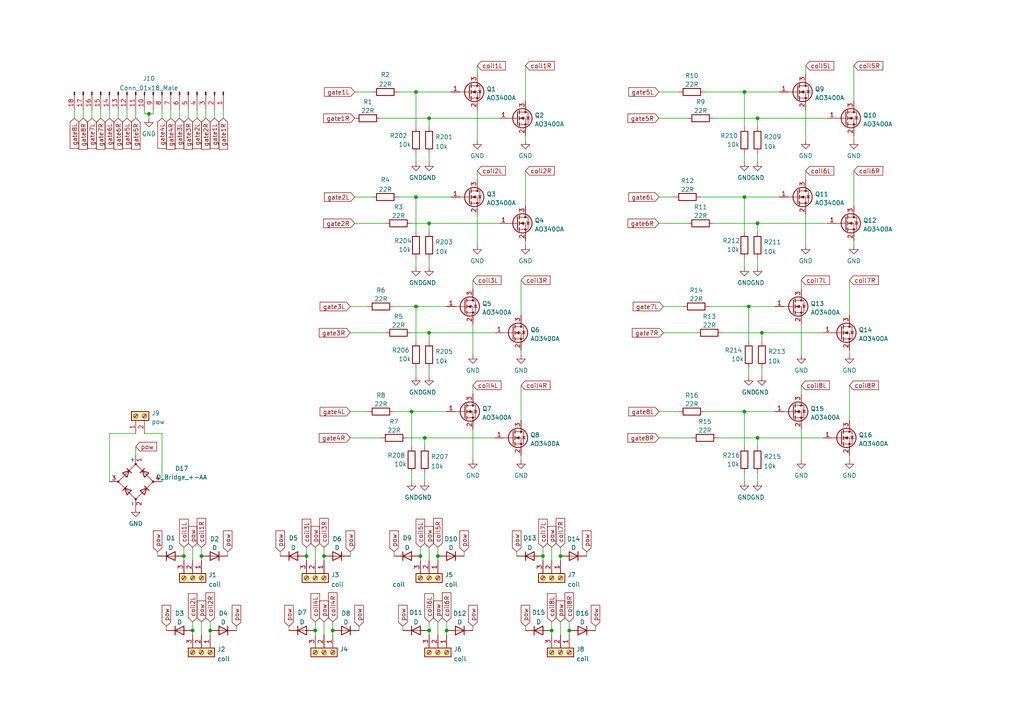
<source format=kicad_sch>
(kicad_sch (version 20211123) (generator eeschema)
  (paper "A4")
  (junction (at 219.71 34.29))
  (junction (at 129.54 182.88))
  (junction (at 215.9 57.15))
  (junction (at 127 161.29))
  (junction (at 123.19 127))
  (junction (at 220.98 96.52))
  (junction (at 120.65 88.9))
  (junction (at 157.48 161.29))
  (junction (at 93.98 161.29))
  (junction (at 219.71 127))
  (junction (at 43.18 33.02))
  (junction (at 55.88 182.88))
  (junction (at 124.46 96.52))
  (junction (at 58.42 161.29))
  (junction (at 124.46 34.29))
  (junction (at 215.9 119.38))
  (junction (at 60.96 182.88))
  (junction (at 162.56 161.29))
  (junction (at 120.65 57.15))
  (junction (at 121.92 161.29))
  (junction (at 96.52 182.88))
  (junction (at 53.34 161.29))
  (junction (at 217.17 88.9))
  (junction (at 124.46 64.77))
  (junction (at 160.02 182.88))
  (junction (at 215.9 26.67))
  (junction (at 119.38 119.38))
  (junction (at 120.65 26.67))
  (junction (at 165.1 182.88))
  (junction (at 219.71 64.77))
  (junction (at 91.44 182.88))
  (junction (at 124.46 182.88))
  (junction (at 88.9 161.29))
  (wire (pts (xy 151.13 132.08) (xy 151.13 133.35)))
  (wire (pts (xy 162.56 180.34) (xy 162.56 184.15)))
  (wire (pts (xy 68.58 181.61) (xy 68.58 182.88)))
  (wire (pts (xy 121.92 158.75) (xy 121.92 161.29)))
  (wire (pts (xy 43.18 33.02) (xy 44.45 33.02)))
  (wire (pts (xy 191.135 119.38) (xy 196.85 119.38)))
  (wire (pts (xy 219.71 127) (xy 238.76 127)))
  (wire (pts (xy 26.67 31.75) (xy 26.67 34.29)))
  (wire (pts (xy 96.52 180.34) (xy 96.52 182.88)))
  (wire (pts (xy 246.38 111.76) (xy 246.38 121.92)))
  (wire (pts (xy 209.55 96.52) (xy 220.98 96.52)))
  (wire (pts (xy 39.37 129.54) (xy 39.37 132.08)))
  (wire (pts (xy 215.9 74.93) (xy 215.9 77.47)))
  (wire (pts (xy 88.9 158.75) (xy 88.9 161.29)))
  (wire (pts (xy 246.38 81.28) (xy 246.38 91.44)))
  (wire (pts (xy 233.68 19.05) (xy 233.68 21.59)))
  (wire (pts (xy 29.21 31.75) (xy 29.21 34.29)))
  (wire (pts (xy 102.87 26.67) (xy 107.95 26.67)))
  (wire (pts (xy 129.54 182.88) (xy 129.54 184.15)))
  (wire (pts (xy 91.44 158.75) (xy 91.44 162.56)))
  (wire (pts (xy 215.9 137.16) (xy 215.9 139.7)))
  (wire (pts (xy 91.44 182.88) (xy 91.44 184.15)))
  (wire (pts (xy 137.16 181.61) (xy 137.16 182.88)))
  (wire (pts (xy 118.11 127) (xy 123.19 127)))
  (wire (pts (xy 217.17 106.68) (xy 217.17 109.22)))
  (wire (pts (xy 57.15 31.75) (xy 57.15 34.29)))
  (wire (pts (xy 191.135 34.29) (xy 199.39 34.29)))
  (wire (pts (xy 120.65 57.15) (xy 120.65 67.31)))
  (wire (pts (xy 59.69 31.75) (xy 59.69 34.29)))
  (wire (pts (xy 120.65 26.67) (xy 130.81 26.67)))
  (wire (pts (xy 127 161.29) (xy 127 162.56)))
  (wire (pts (xy 62.23 31.75) (xy 62.23 34.29)))
  (wire (pts (xy 219.71 64.77) (xy 219.71 67.31)))
  (wire (pts (xy 191.135 127) (xy 200.66 127)))
  (wire (pts (xy 160.02 158.75) (xy 160.02 162.56)))
  (wire (pts (xy 204.47 26.67) (xy 215.9 26.67)))
  (wire (pts (xy 120.65 88.9) (xy 120.65 99.06)))
  (wire (pts (xy 54.61 31.75) (xy 54.61 34.29)))
  (wire (pts (xy 116.84 181.61) (xy 116.84 182.88)))
  (wire (pts (xy 104.14 181.61) (xy 104.14 182.88)))
  (wire (pts (xy 55.88 182.88) (xy 55.88 184.15)))
  (wire (pts (xy 247.65 39.37) (xy 247.65 40.64)))
  (wire (pts (xy 114.3 119.38) (xy 119.38 119.38)))
  (wire (pts (xy 120.65 26.67) (xy 120.65 36.83)))
  (wire (pts (xy 217.17 88.9) (xy 217.17 99.06)))
  (wire (pts (xy 119.38 119.38) (xy 129.54 119.38)))
  (wire (pts (xy 120.65 44.45) (xy 120.65 46.99)))
  (wire (pts (xy 207.01 34.29) (xy 219.71 34.29)))
  (wire (pts (xy 151.13 111.76) (xy 151.13 121.92)))
  (wire (pts (xy 138.43 62.23) (xy 138.43 71.12)))
  (wire (pts (xy 160.02 182.88) (xy 160.02 184.15)))
  (wire (pts (xy 66.04 160.02) (xy 66.04 161.29)))
  (wire (pts (xy 52.07 31.75) (xy 52.07 34.29)))
  (wire (pts (xy 55.88 180.34) (xy 55.88 182.88)))
  (wire (pts (xy 127 180.34) (xy 127 184.15)))
  (wire (pts (xy 46.99 139.7) (xy 46.99 125.73)))
  (wire (pts (xy 60.96 182.88) (xy 60.96 184.15)))
  (wire (pts (xy 219.71 127) (xy 219.71 129.54)))
  (wire (pts (xy 157.48 161.29) (xy 157.48 162.56)))
  (wire (pts (xy 191.135 64.77) (xy 199.39 64.77)))
  (wire (pts (xy 115.57 26.67) (xy 120.65 26.67)))
  (wire (pts (xy 31.75 31.75) (xy 31.75 34.29)))
  (wire (pts (xy 45.72 160.02) (xy 45.72 161.29)))
  (wire (pts (xy 110.49 34.29) (xy 124.46 34.29)))
  (wire (pts (xy 124.46 96.52) (xy 124.46 99.06)))
  (wire (pts (xy 152.4 19.05) (xy 152.4 29.21)))
  (wire (pts (xy 215.9 44.45) (xy 215.9 46.99)))
  (wire (pts (xy 123.19 127) (xy 123.19 129.54)))
  (wire (pts (xy 101.6 160.02) (xy 101.6 161.29)))
  (wire (pts (xy 124.46 180.34) (xy 124.46 182.88)))
  (wire (pts (xy 124.46 64.77) (xy 124.46 67.31)))
  (wire (pts (xy 246.38 132.08) (xy 246.38 133.35)))
  (wire (pts (xy 215.9 26.67) (xy 226.06 26.67)))
  (wire (pts (xy 208.28 127) (xy 219.71 127)))
  (wire (pts (xy 34.29 31.75) (xy 34.29 34.29)))
  (wire (pts (xy 219.71 137.16) (xy 219.71 139.7)))
  (wire (pts (xy 204.47 119.38) (xy 215.9 119.38)))
  (wire (pts (xy 36.83 31.75) (xy 36.83 34.29)))
  (wire (pts (xy 124.46 64.77) (xy 144.78 64.77)))
  (wire (pts (xy 191.135 57.15) (xy 195.58 57.15)))
  (wire (pts (xy 129.54 180.34) (xy 129.54 182.88)))
  (wire (pts (xy 120.65 88.9) (xy 129.54 88.9)))
  (wire (pts (xy 21.59 31.75) (xy 21.59 34.29)))
  (wire (pts (xy 192.405 88.9) (xy 198.12 88.9)))
  (wire (pts (xy 123.19 137.16) (xy 123.19 139.7)))
  (wire (pts (xy 39.37 31.75) (xy 39.37 34.29)))
  (wire (pts (xy 120.65 74.93) (xy 120.65 77.47)))
  (wire (pts (xy 124.46 106.68) (xy 124.46 109.22)))
  (wire (pts (xy 60.96 180.34) (xy 60.96 182.88)))
  (wire (pts (xy 41.91 31.75) (xy 41.91 33.02)))
  (wire (pts (xy 124.46 34.29) (xy 144.78 34.29)))
  (wire (pts (xy 233.68 49.53) (xy 233.68 52.07)))
  (wire (pts (xy 149.86 160.02) (xy 149.86 161.29)))
  (wire (pts (xy 137.16 124.46) (xy 137.16 133.35)))
  (wire (pts (xy 119.38 119.38) (xy 119.38 129.54)))
  (wire (pts (xy 220.98 96.52) (xy 220.98 99.06)))
  (wire (pts (xy 102.87 57.15) (xy 107.95 57.15)))
  (wire (pts (xy 114.3 88.9) (xy 120.65 88.9)))
  (wire (pts (xy 165.1 180.34) (xy 165.1 182.88)))
  (wire (pts (xy 152.4 69.85) (xy 152.4 71.12)))
  (wire (pts (xy 101.6 119.38) (xy 106.68 119.38)))
  (wire (pts (xy 93.98 158.75) (xy 93.98 161.29)))
  (wire (pts (xy 203.2 57.15) (xy 215.9 57.15)))
  (wire (pts (xy 115.57 57.15) (xy 120.65 57.15)))
  (wire (pts (xy 162.56 161.29) (xy 162.56 162.56)))
  (wire (pts (xy 91.44 180.34) (xy 91.44 182.88)))
  (wire (pts (xy 123.19 127) (xy 143.51 127)))
  (wire (pts (xy 138.43 19.05) (xy 138.43 21.59)))
  (wire (pts (xy 215.9 119.38) (xy 224.79 119.38)))
  (wire (pts (xy 219.71 64.77) (xy 240.03 64.77)))
  (wire (pts (xy 215.9 26.67) (xy 215.9 36.83)))
  (wire (pts (xy 58.42 161.29) (xy 58.42 162.56)))
  (wire (pts (xy 124.46 158.75) (xy 124.46 162.56)))
  (wire (pts (xy 124.46 96.52) (xy 143.51 96.52)))
  (wire (pts (xy 151.13 101.6) (xy 151.13 102.87)))
  (wire (pts (xy 217.17 88.9) (xy 224.79 88.9)))
  (wire (pts (xy 24.13 31.75) (xy 24.13 34.29)))
  (wire (pts (xy 207.01 64.77) (xy 219.71 64.77)))
  (wire (pts (xy 220.98 96.52) (xy 238.76 96.52)))
  (wire (pts (xy 162.56 158.75) (xy 162.56 161.29)))
  (wire (pts (xy 114.3 160.02) (xy 114.3 161.29)))
  (wire (pts (xy 232.41 81.28) (xy 232.41 83.82)))
  (wire (pts (xy 44.45 31.75) (xy 44.45 33.02)))
  (wire (pts (xy 101.6 88.9) (xy 106.68 88.9)))
  (wire (pts (xy 170.18 160.02) (xy 170.18 161.29)))
  (wire (pts (xy 232.41 93.98) (xy 232.41 102.87)))
  (wire (pts (xy 102.87 64.77) (xy 111.76 64.77)))
  (wire (pts (xy 58.42 180.34) (xy 58.42 184.15)))
  (wire (pts (xy 247.65 19.05) (xy 247.65 29.21)))
  (wire (pts (xy 53.34 161.29) (xy 53.34 162.56)))
  (wire (pts (xy 232.41 111.76) (xy 232.41 114.3)))
  (wire (pts (xy 53.34 158.75) (xy 53.34 161.29)))
  (wire (pts (xy 119.38 64.77) (xy 124.46 64.77)))
  (wire (pts (xy 165.1 182.88) (xy 165.1 184.15)))
  (wire (pts (xy 93.98 180.34) (xy 93.98 184.15)))
  (wire (pts (xy 119.38 96.52) (xy 124.46 96.52)))
  (wire (pts (xy 160.02 180.34) (xy 160.02 182.88)))
  (wire (pts (xy 215.9 119.38) (xy 215.9 129.54)))
  (wire (pts (xy 215.9 57.15) (xy 226.06 57.15)))
  (wire (pts (xy 205.74 88.9) (xy 217.17 88.9)))
  (wire (pts (xy 219.71 74.93) (xy 219.71 77.47)))
  (wire (pts (xy 232.41 124.46) (xy 232.41 133.35)))
  (wire (pts (xy 215.9 57.15) (xy 215.9 67.31)))
  (wire (pts (xy 48.26 181.61) (xy 48.26 182.88)))
  (wire (pts (xy 88.9 161.29) (xy 88.9 162.56)))
  (wire (pts (xy 101.6 96.52) (xy 111.76 96.52)))
  (wire (pts (xy 58.42 158.75) (xy 58.42 161.29)))
  (wire (pts (xy 191.135 26.67) (xy 196.85 26.67)))
  (wire (pts (xy 138.43 31.75) (xy 138.43 40.64)))
  (wire (pts (xy 121.92 161.29) (xy 121.92 162.56)))
  (wire (pts (xy 124.46 44.45) (xy 124.46 46.99)))
  (wire (pts (xy 172.72 181.61) (xy 172.72 182.88)))
  (wire (pts (xy 233.68 62.23) (xy 233.68 71.12)))
  (wire (pts (xy 127 158.75) (xy 127 161.29)))
  (wire (pts (xy 124.46 34.29) (xy 124.46 36.83)))
  (wire (pts (xy 152.4 39.37) (xy 152.4 40.64)))
  (wire (pts (xy 246.38 101.6) (xy 246.38 102.87)))
  (wire (pts (xy 151.13 81.28) (xy 151.13 91.44)))
  (wire (pts (xy 55.88 158.75) (xy 55.88 162.56)))
  (wire (pts (xy 152.4 181.61) (xy 152.4 182.88)))
  (wire (pts (xy 83.82 181.61) (xy 83.82 182.88)))
  (wire (pts (xy 96.52 182.88) (xy 96.52 184.15)))
  (wire (pts (xy 247.65 49.53) (xy 247.65 59.69)))
  (wire (pts (xy 49.53 31.75) (xy 49.53 34.29)))
  (wire (pts (xy 64.77 31.75) (xy 64.77 34.29)))
  (wire (pts (xy 219.71 44.45) (xy 219.71 46.99)))
  (wire (pts (xy 101.6 127) (xy 110.49 127)))
  (wire (pts (xy 138.43 49.53) (xy 138.43 52.07)))
  (wire (pts (xy 124.46 74.93) (xy 124.46 77.47)))
  (wire (pts (xy 124.46 182.88) (xy 124.46 184.15)))
  (wire (pts (xy 137.16 81.28) (xy 137.16 83.82)))
  (wire (pts (xy 119.38 137.16) (xy 119.38 139.7)))
  (wire (pts (xy 247.65 69.85) (xy 247.65 71.12)))
  (wire (pts (xy 152.4 49.53) (xy 152.4 59.69)))
  (wire (pts (xy 219.71 34.29) (xy 240.03 34.29)))
  (wire (pts (xy 137.16 93.98) (xy 137.16 102.87)))
  (wire (pts (xy 134.62 160.02) (xy 134.62 161.29)))
  (wire (pts (xy 233.68 31.75) (xy 233.68 40.64)))
  (wire (pts (xy 46.99 31.75) (xy 46.99 34.29)))
  (wire (pts (xy 43.18 33.02) (xy 43.18 34.29)))
  (wire (pts (xy 120.65 106.68) (xy 120.65 109.22)))
  (wire (pts (xy 192.405 96.52) (xy 201.93 96.52)))
  (wire (pts (xy 46.99 125.73) (xy 41.91 125.73)))
  (wire (pts (xy 220.98 106.68) (xy 220.98 109.22)))
  (wire (pts (xy 137.16 111.76) (xy 137.16 114.3)))
  (wire (pts (xy 81.28 160.02) (xy 81.28 161.29)))
  (wire (pts (xy 120.65 57.15) (xy 130.81 57.15)))
  (wire (pts (xy 31.75 125.73) (xy 39.37 125.73)))
  (wire (pts (xy 31.75 139.7) (xy 31.75 125.73)))
  (wire (pts (xy 41.91 33.02) (xy 43.18 33.02)))
  (wire (pts (xy 93.98 161.29) (xy 93.98 162.56)))
  (wire (pts (xy 219.71 34.29) (xy 219.71 36.83)))
  (wire (pts (xy 157.48 158.75) (xy 157.48 161.29)))
  (global_label "pow" (shape input) (at 58.42 180.34 90) (property "Intersheet References" "${INTERSHEET_REFS}" (effects hide)))
  (global_label "coil8L" (shape input) (at 232.41 111.76 0) (property "Intersheet References" "${INTERSHEET_REFS}" (effects hide)))
  (global_label "pow" (shape input) (at 39.37 129.54 0) (property "Intersheet References" "${INTERSHEET_REFS}" (effects hide)))
  (global_label "gate2R" (shape input) (at 59.69 34.29 270) (property "Intersheet References" "${INTERSHEET_REFS}" (effects hide)))
  (global_label "pow" (shape input) (at 101.6 160.02 90) (property "Intersheet References" "${INTERSHEET_REFS}" (effects hide)))
  (global_label "gate6R" (shape input) (at 191.135 64.77 180) (property "Intersheet References" "${INTERSHEET_REFS}" (effects hide)))
  (global_label "gate7L" (shape input) (at 192.405 88.9 180) (property "Intersheet References" "${INTERSHEET_REFS}" (effects hide)))
  (global_label "coil2R" (shape input) (at 152.4 49.53 0) (property "Intersheet References" "${INTERSHEET_REFS}" (effects hide)))
  (global_label "pow" (shape input) (at 149.86 160.02 90) (property "Intersheet References" "${INTERSHEET_REFS}" (effects hide)))
  (global_label "pow" (shape input) (at 45.72 160.02 90) (property "Intersheet References" "${INTERSHEET_REFS}" (effects hide)))
  (global_label "pow" (shape input) (at 116.84 181.61 90) (property "Intersheet References" "${INTERSHEET_REFS}" (effects hide)))
  (global_label "coil1L" (shape input) (at 138.43 19.05 0) (property "Intersheet References" "${INTERSHEET_REFS}" (effects hide)))
  (global_label "coil3R" (shape input) (at 151.13 81.28 0) (property "Intersheet References" "${INTERSHEET_REFS}" (effects hide)))
  (global_label "coil6R" (shape input) (at 129.54 180.34 90) (property "Intersheet References" "${INTERSHEET_REFS}" (effects hide)))
  (global_label "gate2L" (shape input) (at 102.87 57.15 180) (property "Intersheet References" "${INTERSHEET_REFS}" (effects hide)))
  (global_label "coil5L" (shape input) (at 121.92 158.75 90) (property "Intersheet References" "${INTERSHEET_REFS}" (effects hide)))
  (global_label "coil8L" (shape input) (at 160.02 180.34 90) (property "Intersheet References" "${INTERSHEET_REFS}" (effects hide)))
  (global_label "coil4L" (shape input) (at 91.44 180.34 90) (property "Intersheet References" "${INTERSHEET_REFS}" (effects hide)))
  (global_label "gate1L" (shape input) (at 102.87 26.67 180) (property "Intersheet References" "${INTERSHEET_REFS}" (effects hide)))
  (global_label "gate5R" (shape input) (at 39.37 34.29 270) (property "Intersheet References" "${INTERSHEET_REFS}" (effects hide)))
  (global_label "gate6L" (shape input) (at 31.75 34.29 270) (property "Intersheet References" "${INTERSHEET_REFS}" (effects hide)))
  (global_label "pow" (shape input) (at 162.56 180.34 90) (property "Intersheet References" "${INTERSHEET_REFS}" (effects hide)))
  (global_label "gate2L" (shape input) (at 57.15 34.29 270) (property "Intersheet References" "${INTERSHEET_REFS}" (effects hide)))
  (global_label "coil5R" (shape input) (at 247.65 19.05 0) (property "Intersheet References" "${INTERSHEET_REFS}" (effects hide)))
  (global_label "pow" (shape input) (at 134.62 160.02 90) (property "Intersheet References" "${INTERSHEET_REFS}" (effects hide)))
  (global_label "coil4R" (shape input) (at 151.13 111.76 0) (property "Intersheet References" "${INTERSHEET_REFS}" (effects hide)))
  (global_label "gate4R" (shape input) (at 101.6 127 180) (property "Intersheet References" "${INTERSHEET_REFS}" (effects hide)))
  (global_label "gate5L" (shape input) (at 191.135 26.67 180) (property "Intersheet References" "${INTERSHEET_REFS}" (effects hide)))
  (global_label "pow" (shape input) (at 152.4 181.61 90) (property "Intersheet References" "${INTERSHEET_REFS}" (effects hide)))
  (global_label "gate6L" (shape input) (at 191.135 57.15 180) (property "Intersheet References" "${INTERSHEET_REFS}" (effects hide)))
  (global_label "coil2L" (shape input) (at 138.43 49.53 0) (property "Intersheet References" "${INTERSHEET_REFS}" (effects hide)))
  (global_label "coil6L" (shape input) (at 233.68 49.53 0) (property "Intersheet References" "${INTERSHEET_REFS}" (effects hide)))
  (global_label "pow" (shape input) (at 83.82 181.61 90) (property "Intersheet References" "${INTERSHEET_REFS}" (effects hide)))
  (global_label "gate4L" (shape input) (at 46.99 34.29 270) (property "Intersheet References" "${INTERSHEET_REFS}" (effects hide)))
  (global_label "coil4R" (shape input) (at 96.52 180.34 90) (property "Intersheet References" "${INTERSHEET_REFS}" (effects hide)))
  (global_label "gate6R" (shape input) (at 34.29 34.29 270) (property "Intersheet References" "${INTERSHEET_REFS}" (effects hide)))
  (global_label "gate1R" (shape input) (at 102.87 34.29 180) (property "Intersheet References" "${INTERSHEET_REFS}" (effects hide)))
  (global_label "gate1R" (shape input) (at 64.77 34.29 270) (property "Intersheet References" "${INTERSHEET_REFS}" (effects hide)))
  (global_label "pow" (shape input) (at 124.46 158.75 90) (property "Intersheet References" "${INTERSHEET_REFS}" (effects hide)))
  (global_label "pow" (shape input) (at 81.28 160.02 90) (property "Intersheet References" "${INTERSHEET_REFS}" (effects hide)))
  (global_label "gate2R" (shape input) (at 102.87 64.77 180) (property "Intersheet References" "${INTERSHEET_REFS}" (effects hide)))
  (global_label "pow" (shape input) (at 66.04 160.02 90) (property "Intersheet References" "${INTERSHEET_REFS}" (effects hide)))
  (global_label "gate7R" (shape input) (at 192.405 96.52 180) (property "Intersheet References" "${INTERSHEET_REFS}" (effects hide)))
  (global_label "coil5L" (shape input) (at 233.68 19.05 0) (property "Intersheet References" "${INTERSHEET_REFS}" (effects hide)))
  (global_label "coil3L" (shape input) (at 137.16 81.28 0) (property "Intersheet References" "${INTERSHEET_REFS}" (effects hide)))
  (global_label "coil8R" (shape input) (at 246.38 111.76 0) (property "Intersheet References" "${INTERSHEET_REFS}" (effects hide)))
  (global_label "pow" (shape input) (at 104.14 181.61 90) (property "Intersheet References" "${INTERSHEET_REFS}" (effects hide)))
  (global_label "coil5R" (shape input) (at 127 158.75 90) (property "Intersheet References" "${INTERSHEET_REFS}" (effects hide)))
  (global_label "gate8L" (shape input) (at 191.135 119.38 180) (property "Intersheet References" "${INTERSHEET_REFS}" (effects hide)))
  (global_label "pow" (shape input) (at 91.44 158.75 90) (property "Intersheet References" "${INTERSHEET_REFS}" (effects hide)))
  (global_label "pow" (shape input) (at 55.88 158.75 90) (property "Intersheet References" "${INTERSHEET_REFS}" (effects hide)))
  (global_label "pow" (shape input) (at 172.72 181.61 90) (property "Intersheet References" "${INTERSHEET_REFS}" (effects hide)))
  (global_label "pow" (shape input) (at 114.3 160.02 90) (property "Intersheet References" "${INTERSHEET_REFS}" (effects hide)))
  (global_label "coil1R" (shape input) (at 152.4 19.05 0) (property "Intersheet References" "${INTERSHEET_REFS}" (effects hide)))
  (global_label "coil7L" (shape input) (at 232.41 81.28 0) (property "Intersheet References" "${INTERSHEET_REFS}" (effects hide)))
  (global_label "coil6R" (shape input) (at 247.65 49.53 0) (property "Intersheet References" "${INTERSHEET_REFS}" (effects hide)))
  (global_label "coil2L" (shape input) (at 55.88 180.34 90) (property "Intersheet References" "${INTERSHEET_REFS}" (effects hide)))
  (global_label "pow" (shape input) (at 68.58 181.61 90) (property "Intersheet References" "${INTERSHEET_REFS}" (effects hide)))
  (global_label "coil3L" (shape input) (at 88.9 158.75 90) (property "Intersheet References" "${INTERSHEET_REFS}" (effects hide)))
  (global_label "pow" (shape input) (at 93.98 180.34 90) (property "Intersheet References" "${INTERSHEET_REFS}" (effects hide)))
  (global_label "coil6L" (shape input) (at 124.46 180.34 90) (property "Intersheet References" "${INTERSHEET_REFS}" (effects hide)))
  (global_label "pow" (shape input) (at 127 180.34 90) (property "Intersheet References" "${INTERSHEET_REFS}" (effects hide)))
  (global_label "pow" (shape input) (at 137.16 181.61 90) (property "Intersheet References" "${INTERSHEET_REFS}" (effects hide)))
  (global_label "coil7R" (shape input) (at 246.38 81.28 0) (property "Intersheet References" "${INTERSHEET_REFS}" (effects hide)))
  (global_label "gate8R" (shape input) (at 191.135 127 180) (property "Intersheet References" "${INTERSHEET_REFS}" (effects hide)))
  (global_label "pow" (shape input) (at 48.26 181.61 90) (property "Intersheet References" "${INTERSHEET_REFS}" (effects hide)))
  (global_label "gate8L" (shape input) (at 21.59 34.29 270) (property "Intersheet References" "${INTERSHEET_REFS}" (effects hide)))
  (global_label "coil8R" (shape input) (at 165.1 180.34 90) (property "Intersheet References" "${INTERSHEET_REFS}" (effects hide)))
  (global_label "coil7R" (shape input) (at 162.56 158.75 90) (property "Intersheet References" "${INTERSHEET_REFS}" (effects hide)))
  (global_label "coil7L" (shape input) (at 157.48 158.75 90) (property "Intersheet References" "${INTERSHEET_REFS}" (effects hide)))
  (global_label "coil1L" (shape input) (at 53.34 158.75 90) (property "Intersheet References" "${INTERSHEET_REFS}" (effects hide)))
  (global_label "gate3L" (shape input) (at 52.07 34.29 270) (property "Intersheet References" "${INTERSHEET_REFS}" (effects hide)))
  (global_label "gate4L" (shape input) (at 101.6 119.38 180) (property "Intersheet References" "${INTERSHEET_REFS}" (effects hide)))
  (global_label "gate5L" (shape input) (at 36.83 34.29 270) (property "Intersheet References" "${INTERSHEET_REFS}" (effects hide)))
  (global_label "coil3R" (shape input) (at 93.98 158.75 90) (property "Intersheet References" "${INTERSHEET_REFS}" (effects hide)))
  (global_label "coil2R" (shape input) (at 60.96 180.34 90) (property "Intersheet References" "${INTERSHEET_REFS}" (effects hide)))
  (global_label "gate7L" (shape input) (at 26.67 34.29 270) (property "Intersheet References" "${INTERSHEET_REFS}" (effects hide)))
  (global_label "gate8R" (shape input) (at 24.13 34.29 270) (property "Intersheet References" "${INTERSHEET_REFS}" (effects hide)))
  (global_label "gate1L" (shape input) (at 62.23 34.29 270) (property "Intersheet References" "${INTERSHEET_REFS}" (effects hide)))
  (global_label "gate3R" (shape input) (at 101.6 96.52 180) (property "Intersheet References" "${INTERSHEET_REFS}" (effects hide)))
  (global_label "gate3L" (shape input) (at 101.6 88.9 180) (property "Intersheet References" "${INTERSHEET_REFS}" (effects hide)))
  (global_label "pow" (shape input) (at 160.02 158.75 90) (property "Intersheet References" "${INTERSHEET_REFS}" (effects hide)))
  (global_label "gate5R" (shape input) (at 191.135 34.29 180) (property "Intersheet References" "${INTERSHEET_REFS}" (effects hide)))
  (global_label "gate3R" (shape input) (at 54.61 34.29 270) (property "Intersheet References" "${INTERSHEET_REFS}" (effects hide)))
  (global_label "pow" (shape input) (at 170.18 160.02 90) (property "Intersheet References" "${INTERSHEET_REFS}" (effects hide)))
  (global_label "gate4R" (shape input) (at 49.53 34.29 270) (property "Intersheet References" "${INTERSHEET_REFS}" (effects hide)))
  (global_label "coil1R" (shape input) (at 58.42 158.75 90) (property "Intersheet References" "${INTERSHEET_REFS}" (effects hide)))
  (global_label "coil4L" (shape input) (at 137.16 111.76 0) (property "Intersheet References" "${INTERSHEET_REFS}" (effects hide)))
  (global_label "gate7R" (shape input) (at 29.21 34.29 270) (property "Intersheet References" "${INTERSHEET_REFS}" (effects hide)))
  (symbol (lib_id "Device:R") (at 199.39 57.15 90) (unit 1)
    (property "Reference" "R12" (at 199.39 52.4342 90))
    (property "Value" "22R" (at 199.39 54.9711 90))
    (property "Footprint" "Resistor_SMD:R_1206_3216Metric_Pad1.30x1.75mm_HandSolder" (effects hide))
    (property "JLCPCB Part#" "C17958" (effects hide))
  )
  (symbol (lib_id "Device:D") (at 166.37 161.29 180) (unit 1)
    (property "Reference" "D14" (at 166.37 156.3202 0))
    (property "Value" "D" (at 166.37 158.8571 0))
    (property "Footprint" "Diode_SMD:D_SMA" (effects hide))
    (property "JLCPCB Part#" "C8678" (effects hide))
  )
  (symbol (lib_id "Transistor_FET:AO3400A") (at 243.84 127 0) (unit 1)
    (property "Reference" "Q16" (at 249.047 126.1653 0) (effects (justify left)))
    (property "Value" "AO3400A" (at 249.047 128.7022 0) (effects (justify left)))
    (property "Footprint" "Package_TO_SOT_SMD:SOT-23" (effects hide))
    (property "Datasheet" "http://www.aosmd.com/pdfs/datasheet/AO3400A.pdf" (effects hide))
    (property "JLCPCB Part#" "(lib_symbols" (effects hide))
  )
  (symbol (lib_id "power:GND") (at 137.16 133.35 0) (unit 1)
    (property "Reference" "#PWR05" (effects hide))
    (property "Value" "GND" (at 137.16 137.9125 0))
  )
  (symbol (lib_id "Device:R") (at 124.46 40.64 180) (unit 1)
    (property "Reference" "R201" (at 126.238 39.7315 0) (effects (justify right)))
    (property "Value" "10k" (at 126.238 42.5066 0) (effects (justify right)))
    (property "Footprint" "Resistor_SMD:R_1206_3216Metric_Pad1.30x1.75mm_HandSolder" (effects hide))
    (property "JLCPCB Part#" "C17902" (effects hide))
  )
  (symbol (lib_id "Connector:Conn_01x18_Male") (at 44.45 26.67 270) (unit 1)
    (property "Reference" "J10" (at 43.18 22.7543 90))
    (property "Value" "Conn_01x18_Male" (at 43.18 25.5294 90))
    (property "Footprint" "Connector_PinHeader_2.54mm:PinHeader_1x18_P2.54mm_Horizontal" (effects hide))
  )
  (symbol (lib_id "Transistor_FET:AO3400A") (at 148.59 127 0) (unit 1)
    (property "Reference" "Q8" (at 153.797 126.1653 0) (effects (justify left)))
    (property "Value" "AO3400A" (at 153.797 128.7022 0) (effects (justify left)))
    (property "Footprint" "Package_TO_SOT_SMD:SOT-23" (effects hide))
    (property "Datasheet" "http://www.aosmd.com/pdfs/datasheet/AO3400A.pdf" (effects hide))
    (property "JLCPCB Part#" "(lib_symbols" (effects hide))
  )
  (symbol (lib_id "Device:R") (at 205.74 96.52 90) (unit 1)
    (property "Reference" "R13" (at 205.74 91.8042 90))
    (property "Value" "22R" (at 205.74 94.3411 90))
    (property "Footprint" "Resistor_SMD:R_1206_3216Metric_Pad1.30x1.75mm_HandSolder" (effects hide))
    (property "JLCPCB Part#" "C17958" (effects hide))
  )
  (symbol (lib_id "Device:D") (at 85.09 161.29 0) (unit 1)
    (property "Reference" "D5" (at 85.09 156.0535 0))
    (property "Value" "D" (at 85.09 158.8286 0))
    (property "Footprint" "Diode_SMD:D_SMA" (effects hide))
    (property "JLCPCB Part#" "C8678" (effects hide))
  )
  (symbol (lib_id "power:GND") (at 123.19 139.7 0) (mirror y) (unit 1)
    (property "Reference" "#PWR0106" (effects hide))
    (property "Value" "GND" (at 123.19 144.2625 0))
  )
  (symbol (lib_id "Transistor_FET:AO3400A") (at 231.14 26.67 0) (unit 1)
    (property "Reference" "Q9" (at 236.347 25.8353 0) (effects (justify left)))
    (property "Value" "AO3400A" (at 236.347 28.3722 0) (effects (justify left)))
    (property "Footprint" "Package_TO_SOT_SMD:SOT-23" (effects hide))
    (property "Datasheet" "http://www.aosmd.com/pdfs/datasheet/AO3400A.pdf" (effects hide))
    (property "JLCPCB Part#" "(lib_symbols" (effects hide))
  )
  (symbol (lib_id "Transistor_FET:AO3400A") (at 134.62 88.9 0) (unit 1)
    (property "Reference" "Q5" (at 139.827 88.0653 0) (effects (justify left)))
    (property "Value" "AO3400A" (at 139.827 90.6022 0) (effects (justify left)))
    (property "Footprint" "Package_TO_SOT_SMD:SOT-23" (effects hide))
    (property "Datasheet" "http://www.aosmd.com/pdfs/datasheet/AO3400A.pdf" (effects hide))
    (property "JLCPCB Part#" "(lib_symbols" (effects hide))
  )
  (symbol (lib_id "power:GND") (at 124.46 46.99 0) (mirror y) (unit 1)
    (property "Reference" "#PWR0102" (effects hide))
    (property "Value" "GND" (at 124.46 51.5525 0))
  )
  (symbol (lib_id "Device:D_Bridge_+-AA") (at 39.37 139.7 90) (unit 1)
    (property "Reference" "D17" (at 52.7058 135.8733 90))
    (property "Value" "D_Bridge_+-AA" (at 52.7058 138.4102 90))
    (property "Footprint" "Diode_SMD:Diode_Bridge_Diotec_SO-DIL-Slim" (effects hide))
    (property "JLCPCB Part#" "C5377" (effects hide))
  )
  (symbol (lib_id "power:GND") (at 246.38 102.87 0) (unit 1)
    (property "Reference" "#PWR017" (effects hide))
    (property "Value" "GND" (at 246.38 107.4325 0))
  )
  (symbol (lib_id "power:GND") (at 219.71 77.47 0) (mirror y) (unit 1)
    (property "Reference" "#PWR0111" (effects hide))
    (property "Value" "GND" (at 219.71 82.0325 0))
  )
  (symbol (lib_id "Transistor_FET:AO3400A") (at 135.89 57.15 0) (unit 1)
    (property "Reference" "Q3" (at 141.097 56.3153 0) (effects (justify left)))
    (property "Value" "AO3400A" (at 141.097 58.8522 0) (effects (justify left)))
    (property "Footprint" "Package_TO_SOT_SMD:SOT-23" (effects hide))
    (property "Datasheet" "http://www.aosmd.com/pdfs/datasheet/AO3400A.pdf" (effects hide))
    (property "JLCPCB Part#" "(lib_symbols" (effects hide))
  )
  (symbol (lib_id "power:GND") (at 120.65 109.22 0) (mirror y) (unit 1)
    (property "Reference" "#PWR0108" (effects hide))
    (property "Value" "GND" (at 120.65 113.7825 0))
  )
  (symbol (lib_id "power:GND") (at 232.41 102.87 0) (unit 1)
    (property "Reference" "#PWR013" (effects hide))
    (property "Value" "GND" (at 232.41 107.4325 0))
  )
  (symbol (lib_id "Device:D") (at 49.53 161.29 0) (unit 1)
    (property "Reference" "D1" (at 49.53 156.0535 0))
    (property "Value" "D" (at 49.53 158.8286 0))
    (property "Footprint" "Diode_SMD:D_SMA" (effects hide))
    (property "JLCPCB Part#" "C8678" (effects hide))
  )
  (symbol (lib_id "Device:R") (at 110.49 119.38 90) (unit 1)
    (property "Reference" "R8" (at 110.49 114.6642 90))
    (property "Value" "22R" (at 110.49 117.2011 90))
    (property "Footprint" "Resistor_SMD:R_1206_3216Metric_Pad1.30x1.75mm_HandSolder" (effects hide))
    (property "JLCPCB Part#" "C17958" (effects hide))
  )
  (symbol (lib_id "Transistor_FET:AO3400A") (at 149.86 64.77 0) (unit 1)
    (property "Reference" "Q4" (at 155.067 63.9353 0) (effects (justify left)))
    (property "Value" "AO3400A" (at 155.067 66.4722 0) (effects (justify left)))
    (property "Footprint" "Package_TO_SOT_SMD:SOT-23" (effects hide))
    (property "Datasheet" "http://www.aosmd.com/pdfs/datasheet/AO3400A.pdf" (effects hide))
    (property "JLCPCB Part#" "(lib_symbols" (effects hide))
  )
  (symbol (lib_id "power:GND") (at 220.98 109.22 0) (mirror y) (unit 1)
    (property "Reference" "#PWR0113" (effects hide))
    (property "Value" "GND" (at 220.98 113.7825 0))
  )
  (symbol (lib_id "Connector:Screw_Terminal_01x03") (at 91.44 167.64 270) (unit 1)
    (property "Reference" "J3" (at 96.012 166.7315 90) (effects (justify left)))
    (property "Value" "coil" (at 96.012 169.5066 90) (effects (justify left)))
    (property "Footprint" "TerminalBlock_Phoenix:TerminalBlock_Phoenix_MKDS-1,5-3-5.08_1x03_P5.08mm_Horizontal" (effects hide))
  )
  (symbol (lib_id "Device:R") (at 215.9 71.12 180) (unit 1)
    (property "Reference" "R212" (at 209.55 69.85 0) (effects (justify right)))
    (property "Value" "10k" (at 210.82 72.39 0) (effects (justify right)))
    (property "Footprint" "Resistor_SMD:R_1206_3216Metric_Pad1.30x1.75mm_HandSolder" (effects hide))
    (property "JLCPCB Part#" "C17902" (effects hide))
  )
  (symbol (lib_id "Device:D") (at 120.65 182.88 0) (unit 1)
    (property "Reference" "D11" (at 120.65 177.6435 0))
    (property "Value" "D" (at 120.65 180.4186 0))
    (property "Footprint" "Diode_SMD:D_SMA" (effects hide))
    (property "JLCPCB Part#" "C8678" (effects hide))
  )
  (symbol (lib_id "power:GND") (at 138.43 40.64 0) (unit 1)
    (property "Reference" "#PWR06" (effects hide))
    (property "Value" "GND" (at 138.43 45.2025 0))
  )
  (symbol (lib_id "Device:D") (at 130.81 161.29 180) (unit 1)
    (property "Reference" "D10" (at 130.81 156.3202 0))
    (property "Value" "D" (at 130.81 158.8571 0))
    (property "Footprint" "Diode_SMD:D_SMA" (effects hide))
    (property "JLCPCB Part#" "C8678" (effects hide))
  )
  (symbol (lib_id "Device:R") (at 120.65 71.12 180) (unit 1)
    (property "Reference" "R204" (at 114.3 69.85 0) (effects (justify right)))
    (property "Value" "10k" (at 115.57 72.39 0) (effects (justify right)))
    (property "Footprint" "Resistor_SMD:R_1206_3216Metric_Pad1.30x1.75mm_HandSolder" (effects hide))
    (property "JLCPCB Part#" "C17902" (effects hide))
  )
  (symbol (lib_id "Transistor_FET:AO3400A") (at 245.11 64.77 0) (unit 1)
    (property "Reference" "Q12" (at 250.317 63.9353 0) (effects (justify left)))
    (property "Value" "AO3400A" (at 250.317 66.4722 0) (effects (justify left)))
    (property "Footprint" "Package_TO_SOT_SMD:SOT-23" (effects hide))
    (property "Datasheet" "http://www.aosmd.com/pdfs/datasheet/AO3400A.pdf" (effects hide))
    (property "JLCPCB Part#" "(lib_symbols" (effects hide))
  )
  (symbol (lib_id "Transistor_FET:AO3400A") (at 243.84 96.52 0) (unit 1)
    (property "Reference" "Q14" (at 249.047 95.6853 0) (effects (justify left)))
    (property "Value" "AO3400A" (at 249.047 98.2222 0) (effects (justify left)))
    (property "Footprint" "Package_TO_SOT_SMD:SOT-23" (effects hide))
    (property "Datasheet" "http://www.aosmd.com/pdfs/datasheet/AO3400A.pdf" (effects hide))
    (property "JLCPCB Part#" "(lib_symbols" (effects hide))
  )
  (symbol (lib_id "Connector:Screw_Terminal_01x03") (at 58.42 189.23 270) (unit 1)
    (property "Reference" "J2" (at 62.992 188.3215 90) (effects (justify left)))
    (property "Value" "coil" (at 62.992 191.0966 90) (effects (justify left)))
    (property "Footprint" "TerminalBlock_Phoenix:TerminalBlock_Phoenix_MKDS-1,5-3-5.08_1x03_P5.08mm_Horizontal" (effects hide))
  )
  (symbol (lib_id "power:GND") (at 137.16 102.87 0) (unit 1)
    (property "Reference" "#PWR04" (effects hide))
    (property "Value" "GND" (at 137.16 107.4325 0))
  )
  (symbol (lib_id "power:GND") (at 120.65 46.99 0) (mirror y) (unit 1)
    (property "Reference" "#PWR0101" (effects hide))
    (property "Value" "GND" (at 120.65 51.5525 0))
  )
  (symbol (lib_id "power:GND") (at 232.41 133.35 0) (unit 1)
    (property "Reference" "#PWR014" (effects hide))
    (property "Value" "GND" (at 232.41 137.9125 0))
  )
  (symbol (lib_id "Connector:Screw_Terminal_01x03") (at 124.46 167.64 270) (unit 1)
    (property "Reference" "J5" (at 129.032 166.7315 90) (effects (justify left)))
    (property "Value" "coil" (at 129.032 169.5066 90) (effects (justify left)))
    (property "Footprint" "TerminalBlock_Phoenix:TerminalBlock_Phoenix_MKDS-1,5-3-5.08_1x03_P5.08mm_Horizontal" (effects hide))
  )
  (symbol (lib_id "power:GND") (at 215.9 77.47 0) (mirror y) (unit 1)
    (property "Reference" "#PWR0110" (effects hide))
    (property "Value" "GND" (at 215.9 82.0325 0))
  )
  (symbol (lib_id "Connector:Screw_Terminal_01x03") (at 160.02 167.64 270) (unit 1)
    (property "Reference" "J7" (at 164.592 166.7315 90) (effects (justify left)))
    (property "Value" "coil" (at 164.592 169.5066 90) (effects (justify left)))
    (property "Footprint" "TerminalBlock_Phoenix:TerminalBlock_Phoenix_MKDS-1,5-3-5.08_1x03_P5.08mm_Horizontal" (effects hide))
  )
  (symbol (lib_id "Device:D") (at 52.07 182.88 0) (unit 1)
    (property "Reference" "D3" (at 52.07 177.9102 0))
    (property "Value" "D" (at 52.07 180.4471 0))
    (property "Footprint" "Diode_SMD:D_SMA" (effects hide))
    (property "JLCPCB Part#" "C8678" (effects hide))
  )
  (symbol (lib_id "Device:D") (at 133.35 182.88 180) (unit 1)
    (property "Reference" "D12" (at 133.35 177.9102 0))
    (property "Value" "D" (at 133.35 180.4471 0))
    (property "Footprint" "Diode_SMD:D_SMA" (effects hide))
    (property "JLCPCB Part#" "C8678" (effects hide))
  )
  (symbol (lib_id "power:GND") (at 124.46 109.22 0) (mirror y) (unit 1)
    (property "Reference" "#PWR0107" (effects hide))
    (property "Value" "GND" (at 124.46 113.7825 0))
  )
  (symbol (lib_id "power:GND") (at 151.13 133.35 0) (unit 1)
    (property "Reference" "#PWR09" (effects hide))
    (property "Value" "GND" (at 151.13 137.9125 0))
  )
  (symbol (lib_id "power:GND") (at 119.38 139.7 0) (mirror y) (unit 1)
    (property "Reference" "#PWR0105" (effects hide))
    (property "Value" "GND" (at 119.38 144.2625 0))
  )
  (symbol (lib_id "Device:R") (at 204.47 127 90) (unit 1)
    (property "Reference" "R15" (at 204.47 122.2842 90))
    (property "Value" "22R" (at 204.47 124.8211 90))
    (property "Footprint" "Resistor_SMD:R_1206_3216Metric_Pad1.30x1.75mm_HandSolder" (effects hide))
    (property "JLCPCB Part#" "C17958" (effects hide))
  )
  (symbol (lib_id "Device:R") (at 219.71 40.64 180) (unit 1)
    (property "Reference" "R209" (at 221.488 39.7315 0) (effects (justify right)))
    (property "Value" "10k" (at 221.488 42.5066 0) (effects (justify right)))
    (property "Footprint" "Resistor_SMD:R_1206_3216Metric_Pad1.30x1.75mm_HandSolder" (effects hide))
    (property "JLCPCB Part#" "C17902" (effects hide))
  )
  (symbol (lib_id "Device:R") (at 217.17 102.87 180) (unit 1)
    (property "Reference" "R214" (at 210.185 101.6 0) (effects (justify right)))
    (property "Value" "10k" (at 212.09 104.14 0) (effects (justify right)))
    (property "Footprint" "Resistor_SMD:R_1206_3216Metric_Pad1.30x1.75mm_HandSolder" (effects hide))
    (property "JLCPCB Part#" "C17902" (effects hide))
  )
  (symbol (lib_id "Device:R") (at 201.93 88.9 90) (unit 1)
    (property "Reference" "R14" (at 201.93 84.1842 90))
    (property "Value" "22R" (at 201.93 86.7211 90))
    (property "Footprint" "Resistor_SMD:R_1206_3216Metric_Pad1.30x1.75mm_HandSolder" (effects hide))
    (property "JLCPCB Part#" "C17958" (effects hide))
  )
  (symbol (lib_id "Device:D") (at 100.33 182.88 180) (unit 1)
    (property "Reference" "D8" (at 100.33 177.9102 0))
    (property "Value" "D" (at 100.33 180.4471 0))
    (property "Footprint" "Diode_SMD:D_SMA" (effects hide))
    (property "JLCPCB Part#" "C8678" (effects hide))
  )
  (symbol (lib_id "power:GND") (at 151.13 102.87 0) (unit 1)
    (property "Reference" "#PWR08" (effects hide))
    (property "Value" "GND" (at 151.13 107.4325 0))
  )
  (symbol (lib_id "Transistor_FET:AO3400A") (at 231.14 57.15 0) (unit 1)
    (property "Reference" "Q11" (at 236.347 56.3153 0) (effects (justify left)))
    (property "Value" "AO3400A" (at 236.347 58.8522 0) (effects (justify left)))
    (property "Footprint" "Package_TO_SOT_SMD:SOT-23" (effects hide))
    (property "Datasheet" "http://www.aosmd.com/pdfs/datasheet/AO3400A.pdf" (effects hide))
    (property "JLCPCB Part#" "(lib_symbols" (effects hide))
  )
  (symbol (lib_id "Device:R") (at 219.71 71.12 180) (unit 1)
    (property "Reference" "R211" (at 221.488 70.2115 0) (effects (justify right)))
    (property "Value" "10k" (at 221.488 72.9866 0) (effects (justify right)))
    (property "Footprint" "Resistor_SMD:R_1206_3216Metric_Pad1.30x1.75mm_HandSolder" (effects hide))
    (property "JLCPCB Part#" "C17902" (effects hide))
  )
  (symbol (lib_id "Device:R") (at 123.19 133.35 180) (unit 1)
    (property "Reference" "R207" (at 124.968 132.4415 0) (effects (justify right)))
    (property "Value" "10k" (at 124.968 135.2166 0) (effects (justify right)))
    (property "Footprint" "Resistor_SMD:R_1206_3216Metric_Pad1.30x1.75mm_HandSolder" (effects hide))
    (property "JLCPCB Part#" "C17902" (effects hide))
  )
  (symbol (lib_id "power:GND") (at 39.37 147.32 0) (unit 1)
    (property "Reference" "#PWR0116" (effects hide))
    (property "Value" "GND" (at 39.37 151.8825 0))
  )
  (symbol (lib_id "power:GND") (at 124.46 77.47 0) (mirror y) (unit 1)
    (property "Reference" "#PWR0104" (effects hide))
    (property "Value" "GND" (at 124.46 82.0325 0))
  )
  (symbol (lib_id "power:GND") (at 219.71 46.99 0) (mirror y) (unit 1)
    (property "Reference" "#PWR012" (effects hide))
    (property "Value" "GND" (at 219.71 51.5525 0))
  )
  (symbol (lib_id "power:GND") (at 120.65 77.47 0) (mirror y) (unit 1)
    (property "Reference" "#PWR0103" (effects hide))
    (property "Value" "GND" (at 120.65 82.0325 0))
  )
  (symbol (lib_id "Device:R") (at 114.3 127 90) (unit 1)
    (property "Reference" "R7" (at 114.3 122.2842 90))
    (property "Value" "22R" (at 114.3 124.8211 90))
    (property "Footprint" "Resistor_SMD:R_1206_3216Metric_Pad1.30x1.75mm_HandSolder" (effects hide))
    (property "JLCPCB Part#" "C17958" (effects hide))
  )
  (symbol (lib_id "Connector:Screw_Terminal_01x03") (at 162.56 189.23 270) (unit 1)
    (property "Reference" "J8" (at 167.132 188.3215 90) (effects (justify left)))
    (property "Value" "coil" (at 167.132 191.0966 90) (effects (justify left)))
    (property "Footprint" "TerminalBlock_Phoenix:TerminalBlock_Phoenix_MKDS-1,5-3-5.08_1x03_P5.08mm_Horizontal" (effects hide))
  )
  (symbol (lib_id "Device:D") (at 97.79 161.29 180) (unit 1)
    (property "Reference" "D6" (at 97.79 156.3202 0))
    (property "Value" "D" (at 97.79 158.8571 0))
    (property "Footprint" "Diode_SMD:D_SMA" (effects hide))
    (property "JLCPCB Part#" "C8678" (effects hide))
  )
  (symbol (lib_id "Connector:Screw_Terminal_01x03") (at 55.88 167.64 270) (unit 1)
    (property "Reference" "J1" (at 60.452 166.7315 90) (effects (justify left)))
    (property "Value" "coil" (at 60.452 169.5066 90) (effects (justify left)))
    (property "Footprint" "TerminalBlock_Phoenix:TerminalBlock_Phoenix_MKDS-1,5-3-5.08_1x03_P5.08mm_Horizontal" (effects hide))
  )
  (symbol (lib_id "Device:R") (at 115.57 64.77 90) (unit 1)
    (property "Reference" "R3" (at 115.57 60.0542 90))
    (property "Value" "22R" (at 115.57 62.5911 90))
    (property "Footprint" "Resistor_SMD:R_1206_3216Metric_Pad1.30x1.75mm_HandSolder" (effects hide))
    (property "JLCPCB Part#" "C17958" (effects hide))
  )
  (symbol (lib_id "power:GND") (at 246.38 133.35 0) (unit 1)
    (property "Reference" "#PWR018" (effects hide))
    (property "Value" "GND" (at 246.38 137.9125 0))
  )
  (symbol (lib_id "Transistor_FET:AO3400A") (at 229.87 88.9 0) (unit 1)
    (property "Reference" "Q13" (at 235.077 88.0653 0) (effects (justify left)))
    (property "Value" "AO3400A" (at 235.077 90.6022 0) (effects (justify left)))
    (property "Footprint" "Package_TO_SOT_SMD:SOT-23" (effects hide))
    (property "Datasheet" "http://www.aosmd.com/pdfs/datasheet/AO3400A.pdf" (effects hide))
    (property "JLCPCB Part#" "(lib_symbols" (effects hide))
  )
  (symbol (lib_id "power:GND") (at 233.68 40.64 0) (unit 1)
    (property "Reference" "#PWR015" (effects hide))
    (property "Value" "GND" (at 233.68 45.2025 0))
  )
  (symbol (lib_id "power:GND") (at 152.4 71.12 0) (unit 1)
    (property "Reference" "#PWR011" (effects hide))
    (property "Value" "GND" (at 152.4 75.6825 0))
  )
  (symbol (lib_id "Device:R") (at 220.98 102.87 180) (unit 1)
    (property "Reference" "R213" (at 222.758 101.9615 0) (effects (justify right)))
    (property "Value" "10k" (at 222.758 104.7366 0) (effects (justify right)))
    (property "Footprint" "Resistor_SMD:R_1206_3216Metric_Pad1.30x1.75mm_HandSolder" (effects hide))
    (property "JLCPCB Part#" "C17902" (effects hide))
  )
  (symbol (lib_id "Connector:Screw_Terminal_01x02") (at 39.37 120.65 90) (unit 1)
    (property "Reference" "J9" (at 43.942 119.8153 90) (effects (justify right)))
    (property "Value" "pow" (at 43.942 122.3522 90) (effects (justify right)))
    (property "Footprint" "TerminalBlock_Phoenix:TerminalBlock_Phoenix_MKDS-1,5-2-5.08_1x02_P5.08mm_Horizontal" (effects hide))
  )
  (symbol (lib_id "Device:R") (at 215.9 40.64 180) (unit 1)
    (property "Reference" "R210" (at 208.915 39.37 0) (effects (justify right)))
    (property "Value" "10k" (at 210.82 41.91 0) (effects (justify right)))
    (property "Footprint" "Resistor_SMD:R_1206_3216Metric_Pad1.30x1.75mm_HandSolder" (effects hide))
    (property "JLCPCB Part#" "C17902" (effects hide))
  )
  (symbol (lib_id "Device:D") (at 156.21 182.88 0) (unit 1)
    (property "Reference" "D15" (at 156.21 177.6435 0))
    (property "Value" "D" (at 156.21 180.4186 0))
    (property "Footprint" "Diode_SMD:D_SMA" (effects hide))
    (property "JLCPCB Part#" "C8678" (effects hide))
  )
  (symbol (lib_id "Transistor_FET:AO3400A") (at 134.62 119.38 0) (unit 1)
    (property "Reference" "Q7" (at 139.827 118.5453 0) (effects (justify left)))
    (property "Value" "AO3400A" (at 139.827 121.0822 0) (effects (justify left)))
    (property "Footprint" "Package_TO_SOT_SMD:SOT-23" (effects hide))
    (property "Datasheet" "http://www.aosmd.com/pdfs/datasheet/AO3400A.pdf" (effects hide))
    (property "JLCPCB Part#" "(lib_symbols" (effects hide))
  )
  (symbol (lib_id "Device:R") (at 203.2 64.77 90) (unit 1)
    (property "Reference" "R11" (at 203.2 60.0542 90))
    (property "Value" "22R" (at 203.2 62.5911 90))
    (property "Footprint" "Resistor_SMD:R_1206_3216Metric_Pad1.30x1.75mm_HandSolder" (effects hide))
    (property "JLCPCB Part#" "C17958" (effects hide))
  )
  (symbol (lib_id "Device:R") (at 215.9 133.35 180) (unit 1)
    (property "Reference" "R216" (at 209.55 132.08 0) (effects (justify right)))
    (property "Value" "10k" (at 210.82 134.62 0) (effects (justify right)))
    (property "Footprint" "Resistor_SMD:R_1206_3216Metric_Pad1.30x1.75mm_HandSolder" (effects hide))
    (property "JLCPCB Part#" "C17902" (effects hide))
  )
  (symbol (lib_id "power:GND") (at 152.4 40.64 0) (unit 1)
    (property "Reference" "#PWR010" (effects hide))
    (property "Value" "GND" (at 152.4 45.2025 0))
  )
  (symbol (lib_id "Device:R") (at 111.76 57.15 90) (unit 1)
    (property "Reference" "R4" (at 111.76 52.1675 90))
    (property "Value" "22R" (at 111.76 54.9426 90))
    (property "Footprint" "Resistor_SMD:R_1206_3216Metric_Pad1.30x1.75mm_HandSolder" (effects hide))
    (property "JLCPCB Part#" "C17958" (effects hide))
  )
  (symbol (lib_id "Transistor_FET:AO3400A") (at 135.89 26.67 0) (unit 1)
    (property "Reference" "Q1" (at 141.097 25.8353 0) (effects (justify left)))
    (property "Value" "AO3400A" (at 141.097 28.3722 0) (effects (justify left)))
    (property "Footprint" "Package_TO_SOT_SMD:SOT-23" (effects hide))
    (property "Datasheet" "http://www.aosmd.com/pdfs/datasheet/AO3400A.pdf" (effects hide))
    (property "JLCPCB Part#" "(lib_symbols" (effects hide))
  )
  (symbol (lib_id "Device:D") (at 62.23 161.29 180) (unit 1)
    (property "Reference" "D2" (at 62.23 156.3202 0))
    (property "Value" "D" (at 62.23 158.8571 0))
    (property "Footprint" "Diode_SMD:D_SMA" (effects hide))
    (property "JLCPCB Part#" "C8678" (effects hide))
  )
  (symbol (lib_id "Device:R") (at 124.46 102.87 180) (unit 1)
    (property "Reference" "R205" (at 126.238 101.9615 0) (effects (justify right)))
    (property "Value" "10k" (at 126.238 104.7366 0) (effects (justify right)))
    (property "Footprint" "Resistor_SMD:R_1206_3216Metric_Pad1.30x1.75mm_HandSolder" (effects hide))
    (property "JLCPCB Part#" "C17902" (effects hide))
  )
  (symbol (lib_id "Device:R") (at 200.66 119.38 90) (unit 1)
    (property "Reference" "R16" (at 200.66 114.6642 90))
    (property "Value" "22R" (at 200.66 117.2011 90))
    (property "Footprint" "Resistor_SMD:R_1206_3216Metric_Pad1.30x1.75mm_HandSolder" (effects hide))
    (property "JLCPCB Part#" "C17958" (effects hide))
  )
  (symbol (lib_id "power:GND") (at 247.65 40.64 0) (unit 1)
    (property "Reference" "#PWR019" (effects hide))
    (property "Value" "GND" (at 247.65 45.2025 0))
  )
  (symbol (lib_id "Device:R") (at 219.71 133.35 180) (unit 1)
    (property "Reference" "R215" (at 221.488 132.4415 0) (effects (justify right)))
    (property "Value" "10k" (at 221.488 135.2166 0) (effects (justify right)))
    (property "Footprint" "Resistor_SMD:R_1206_3216Metric_Pad1.30x1.75mm_HandSolder" (effects hide))
    (property "JLCPCB Part#" "C17902" (effects hide))
  )
  (symbol (lib_id "Device:R") (at 120.65 40.64 180) (unit 1)
    (property "Reference" "R202" (at 113.03 39.37 0) (effects (justify right)))
    (property "Value" "10k" (at 115.57 41.91 0) (effects (justify right)))
    (property "Footprint" "Resistor_SMD:R_1206_3216Metric_Pad1.30x1.75mm_HandSolder" (effects hide))
    (property "JLCPCB Part#" "C17902" (effects hide))
  )
  (symbol (lib_id "Transistor_FET:AO3400A") (at 148.59 96.52 0) (unit 1)
    (property "Reference" "Q6" (at 153.797 95.6853 0) (effects (justify left)))
    (property "Value" "AO3400A" (at 153.797 98.2222 0) (effects (justify left)))
    (property "Footprint" "Package_TO_SOT_SMD:SOT-23" (effects hide))
    (property "Datasheet" "http://www.aosmd.com/pdfs/datasheet/AO3400A.pdf" (effects hide))
    (property "JLCPCB Part#" "(lib_symbols" (effects hide))
  )
  (symbol (lib_id "power:GND") (at 219.71 139.7 0) (mirror y) (unit 1)
    (property "Reference" "#PWR0115" (effects hide))
    (property "Value" "GND" (at 219.71 144.2625 0))
  )
  (symbol (lib_id "power:GND") (at 217.17 109.22 0) (mirror y) (unit 1)
    (property "Reference" "#PWR0109" (effects hide))
    (property "Value" "GND" (at 217.17 113.7825 0))
  )
  (symbol (lib_id "Device:D") (at 118.11 161.29 0) (unit 1)
    (property "Reference" "D9" (at 118.11 156.0535 0))
    (property "Value" "D" (at 118.11 158.8286 0))
    (property "Footprint" "Diode_SMD:D_SMA" (effects hide))
    (property "JLCPCB Part#" "C8678" (effects hide))
  )
  (symbol (lib_id "Connector:Screw_Terminal_01x03") (at 93.98 189.23 270) (unit 1)
    (property "Reference" "J4" (at 98.552 188.3215 90) (effects (justify left)))
    (property "Value" "coil" (at 113.792 169.5066 90) (effects (justify left)))
    (property "Footprint" "TerminalBlock_Phoenix:TerminalBlock_Phoenix_MKDS-1,5-3-5.08_1x03_P5.08mm_Horizontal" (effects hide))
  )
  (symbol (lib_id "Device:D") (at 168.91 182.88 180) (unit 1)
    (property "Reference" "D16" (at 168.91 177.9102 0))
    (property "Value" "D" (at 168.91 180.4471 0))
    (property "Footprint" "Diode_SMD:D_SMA" (effects hide))
    (property "JLCPCB Part#" "C8678" (effects hide))
  )
  (symbol (lib_id "power:GND") (at 215.9 139.7 0) (mirror y) (unit 1)
    (property "Reference" "#PWR0114" (effects hide))
    (property "Value" "GND" (at 215.9 144.2625 0))
  )
  (symbol (lib_id "Device:R") (at 200.66 26.67 90) (unit 1)
    (property "Reference" "R10" (at 200.66 21.9542 90))
    (property "Value" "22R" (at 200.66 24.4911 90))
    (property "Footprint" "Resistor_SMD:R_1206_3216Metric_Pad1.30x1.75mm_HandSolder" (effects hide))
    (property "JLCPCB Part#" "C17958" (effects hide))
  )
  (symbol (lib_id "Transistor_FET:AO3400A") (at 149.86 34.29 0) (unit 1)
    (property "Reference" "Q2" (at 155.067 33.4553 0) (effects (justify left)))
    (property "Value" "AO3400A" (at 155.067 35.9922 0) (effects (justify left)))
    (property "Footprint" "Package_TO_SOT_SMD:SOT-23" (effects hide))
    (property "Datasheet" "http://www.aosmd.com/pdfs/datasheet/AO3400A.pdf" (effects hide))
    (property "JLCPCB Part#" "(lib_symbols" (effects hide))
  )
  (symbol (lib_id "Device:D") (at 87.63 182.88 0) (unit 1)
    (property "Reference" "D7" (at 87.63 177.6435 0))
    (property "Value" "D" (at 87.63 180.4186 0))
    (property "Footprint" "Diode_SMD:D_SMA" (effects hide))
    (property "JLCPCB Part#" "C8678" (effects hide))
  )
  (symbol (lib_id "Device:R") (at 203.2 34.29 90) (unit 1)
    (property "Reference" "R9" (at 203.2 29.5742 90))
    (property "Value" "22R" (at 203.2 32.1111 90))
    (property "Footprint" "Resistor_SMD:R_1206_3216Metric_Pad1.30x1.75mm_HandSolder" (effects hide))
    (property "JLCPCB Part#" "C17958" (effects hide))
  )
  (symbol (lib_id "Device:D") (at 64.77 182.88 180) (unit 1)
    (property "Reference" "D4" (at 64.77 177.9102 0))
    (property "Value" "D" (at 64.77 180.4471 0))
    (property "Footprint" "Diode_SMD:D_SMA" (effects hide))
    (property "JLCPCB Part#" "C8678" (effects hide))
  )
  (symbol (lib_id "Device:D") (at 153.67 161.29 0) (unit 1)
    (property "Reference" "D13" (at 153.67 156.0535 0))
    (property "Value" "D" (at 153.67 158.8286 0))
    (property "Footprint" "Diode_SMD:D_SMA" (effects hide))
    (property "JLCPCB Part#" "C8678" (effects hide))
  )
  (symbol (lib_id "power:GND") (at 233.68 71.12 0) (unit 1)
    (property "Reference" "#PWR016" (effects hide))
    (property "Value" "GND" (at 233.68 75.6825 0))
  )
  (symbol (lib_id "Device:R") (at 120.65 102.87 180) (unit 1)
    (property "Reference" "R206" (at 113.665 101.6 0) (effects (justify right)))
    (property "Value" "10k" (at 115.57 104.14 0) (effects (justify right)))
    (property "Footprint" "Resistor_SMD:R_1206_3216Metric_Pad1.30x1.75mm_HandSolder" (effects hide))
    (property "JLCPCB Part#" "C17902" (effects hide))
  )
  (symbol (lib_id "Device:R") (at 119.38 133.35 180) (unit 1)
    (property "Reference" "R208" (at 112.395 132.08 0) (effects (justify right)))
    (property "Value" "10k" (at 114.3 134.62 0) (effects (justify right)))
    (property "Footprint" "Resistor_SMD:R_1206_3216Metric_Pad1.30x1.75mm_HandSolder" (effects hide))
    (property "JLCPCB Part#" "C17902" (effects hide))
  )
  (symbol (lib_id "Device:R") (at 124.46 71.12 180) (unit 1)
    (property "Reference" "R203" (at 126.238 70.2115 0) (effects (justify right)))
    (property "Value" "10k" (at 126.238 72.9866 0) (effects (justify right)))
    (property "Footprint" "Resistor_SMD:R_1206_3216Metric_Pad1.30x1.75mm_HandSolder" (effects hide))
    (property "JLCPCB Part#" "C17902" (effects hide))
  )
  (symbol (lib_id "Transistor_FET:AO3400A") (at 229.87 119.38 0) (unit 1)
    (property "Reference" "Q15" (at 235.077 118.5453 0) (effects (justify left)))
    (property "Value" "AO3400A" (at 235.077 121.0822 0) (effects (justify left)))
    (property "Footprint" "Package_TO_SOT_SMD:SOT-23" (effects hide))
    (property "Datasheet" "http://www.aosmd.com/pdfs/datasheet/AO3400A.pdf" (effects hide))
    (property "JLCPCB Part#" "(lib_symbols" (effects hide))
  )
  (symbol (lib_id "Transistor_FET:AO3400A") (at 245.11 34.29 0) (unit 1)
    (property "Reference" "Q10" (at 250.317 33.4553 0) (effects (justify left)))
    (property "Value" "AO3400A" (at 250.317 35.9922 0) (effects (justify left)))
    (property "Footprint" "Package_TO_SOT_SMD:SOT-23" (effects hide))
    (property "Datasheet" "http://www.aosmd.com/pdfs/datasheet/AO3400A.pdf" (effects hide))
    (property "JLCPCB Part#" "(lib_symbols" (effects hide))
  )
  (symbol (lib_id "Device:R") (at 106.68 34.29 90) (unit 1)
    (property "Reference" "R1" (at 106.68 29.5742 90))
    (property "Value" "22R" (at 106.68 32.1111 90))
    (property "Footprint" "Resistor_SMD:R_1206_3216Metric_Pad1.30x1.75mm_HandSolder" (effects hide))
    (property "JLCPCB Part#" "C17958" (effects hide))
  )
  (symbol (lib_id "power:GND") (at 247.65 71.12 0) (unit 1)
    (property "Reference" "#PWR020" (effects hide))
    (property "Value" "GND" (at 247.65 75.6825 0))
  )
  (symbol (lib_id "Device:R") (at 111.76 26.67 90) (unit 1)
    (property "Reference" "R2" (at 111.76 21.6875 90))
    (property "Value" "22R" (at 111.76 24.4626 90))
    (property "Footprint" "Resistor_SMD:R_1206_3216Metric_Pad1.30x1.75mm_HandSolder" (effects hide))
    (property "JLCPCB Part#" "C17958" (effects hide))
  )
  (symbol (lib_id "power:GND") (at 138.43 71.12 0) (unit 1)
    (property "Reference" "#PWR07" (effects hide))
    (property "Value" "GND" (at 138.43 75.6825 0))
  )
  (symbol (lib_id "power:GND") (at 43.18 34.29 0) (unit 1)
    (property "Reference" "#PWR02" (effects hide))
    (property "Value" "GND" (at 43.18 38.8525 0))
  )
  (symbol (lib_id "Device:R") (at 115.57 96.52 90) (unit 1)
    (property "Reference" "R5" (at 115.57 91.8042 90))
    (property "Value" "22R" (at 115.57 94.3411 90))
    (property "Footprint" "Resistor_SMD:R_1206_3216Metric_Pad1.30x1.75mm_HandSolder" (effects hide))
    (property "JLCPCB Part#" "C17958" (effects hide))
  )
  (symbol (lib_id "Device:R") (at 110.49 88.9 90) (unit 1)
    (property "Reference" "R6" (at 110.49 84.1842 90))
    (property "Value" "22R" (at 110.49 86.7211 90))
    (property "Footprint" "Resistor_SMD:R_1206_3216Metric_Pad1.30x1.75mm_HandSolder" (effects hide))
    (property "JLCPCB Part#" "C17958" (effects hide))
  )
  (symbol (lib_id "Connector:Screw_Terminal_01x03") (at 127 189.23 270) (unit 1)
    (property "Reference" "J6" (at 131.572 188.3215 90) (effects (justify left)))
    (property "Value" "coil" (at 131.572 191.0966 90) (effects (justify left)))
    (property "Footprint" "TerminalBlock_Phoenix:TerminalBlock_Phoenix_MKDS-1,5-3-5.08_1x03_P5.08mm_Horizontal" (effects hide))
  )
  (symbol (lib_id "power:GND") (at 215.9 46.99 0) (mirror y) (unit 1)
    (property "Reference" "#PWR0112" (effects hide))
    (property "Value" "GND" (at 215.9 51.5525 0))
  )
)
</source>
